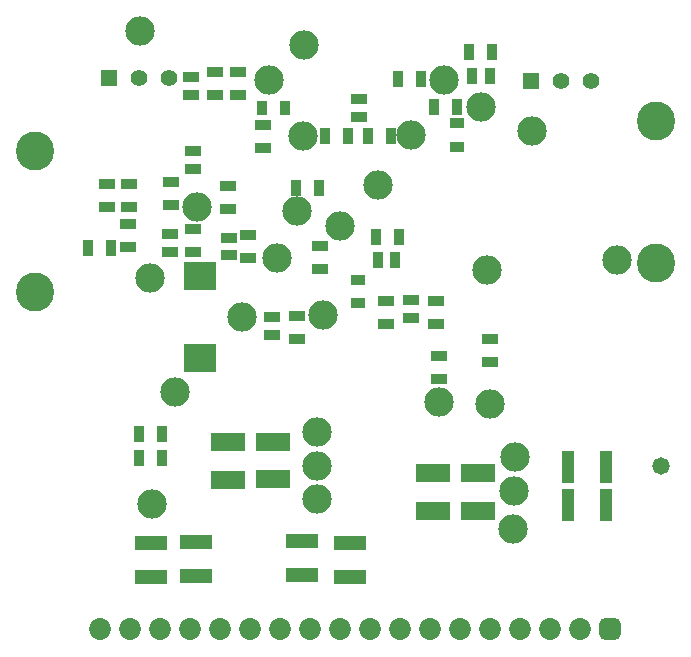
<source format=gbr>
%TF.GenerationSoftware,Altium Limited,Altium Designer,24.3.1 (35)*%
G04 Layer_Color=16711935*
%FSLAX43Y43*%
%MOMM*%
%TF.SameCoordinates,9DAA59CA-406A-4E62-98C5-13318CB5E6F2*%
%TF.FilePolarity,Negative*%
%TF.FileFunction,Soldermask,Bot*%
%TF.Part,Single*%
G01*
G75*
%TA.AperFunction,ComponentPad*%
%ADD24C,1.400*%
%ADD25R,1.400X1.400*%
%TA.AperFunction,SMDPad,CuDef*%
%ADD31R,1.450X0.950*%
%ADD32R,1.350X0.950*%
%ADD35R,1.000X2.800*%
%ADD36R,2.706X1.205*%
%ADD37R,0.950X1.450*%
%ADD38R,0.950X1.350*%
%ADD45R,2.703X2.403*%
%ADD46R,0.830X1.280*%
%ADD47R,1.280X0.830*%
%ADD48R,3.003X1.553*%
%TA.AperFunction,ComponentPad*%
%ADD49O,3.203X3.303*%
%ADD50C,2.489*%
%ADD51C,1.853*%
G04:AMPARAMS|DCode=52|XSize=1.853mm|YSize=1.853mm|CornerRadius=0.514mm|HoleSize=0mm|Usage=FLASHONLY|Rotation=0.000|XOffset=0mm|YOffset=0mm|HoleType=Round|Shape=RoundedRectangle|*
%AMROUNDEDRECTD52*
21,1,1.853,0.825,0,0,0.0*
21,1,0.825,1.853,0,0,0.0*
1,1,1.028,0.413,-0.413*
1,1,1.028,-0.413,-0.413*
1,1,1.028,-0.413,0.413*
1,1,1.028,0.413,0.413*
%
%ADD52ROUNDEDRECTD52*%
%TA.AperFunction,ViaPad*%
%ADD53C,1.473*%
D24*
X49728Y48844D02*
D03*
X47188D02*
D03*
X14016Y49073D02*
D03*
X11476D02*
D03*
D25*
X44648Y48844D02*
D03*
X8936Y49073D02*
D03*
D31*
X20676Y33874D02*
D03*
Y35824D02*
D03*
X16053Y36332D02*
D03*
Y34382D02*
D03*
X8763Y40142D02*
D03*
Y38192D02*
D03*
X36906Y25562D02*
D03*
Y23612D02*
D03*
X24841Y28966D02*
D03*
Y27016D02*
D03*
X41199Y25085D02*
D03*
Y27035D02*
D03*
X32385Y30236D02*
D03*
Y28286D02*
D03*
X36601Y28260D02*
D03*
Y30210D02*
D03*
X26822Y34833D02*
D03*
Y32883D02*
D03*
X18999Y39964D02*
D03*
Y38014D02*
D03*
X14199Y40269D02*
D03*
Y38319D02*
D03*
X10566Y34763D02*
D03*
Y36713D02*
D03*
X10592Y40142D02*
D03*
Y38192D02*
D03*
X17882Y49616D02*
D03*
Y47666D02*
D03*
X19888Y49641D02*
D03*
Y47691D02*
D03*
X21946Y43145D02*
D03*
Y45095D02*
D03*
D32*
X16053Y42889D02*
D03*
Y41389D02*
D03*
X30074Y47308D02*
D03*
Y45808D02*
D03*
X14072Y35878D02*
D03*
Y34378D02*
D03*
X22708Y27368D02*
D03*
Y28868D02*
D03*
X34519Y30290D02*
D03*
Y28790D02*
D03*
X19050Y35573D02*
D03*
Y34073D02*
D03*
X15900Y49188D02*
D03*
Y47688D02*
D03*
D35*
X47778Y16180D02*
D03*
X50978D02*
D03*
Y12979D02*
D03*
X47778D02*
D03*
D36*
X25298Y6982D02*
D03*
Y9883D02*
D03*
X16307Y9807D02*
D03*
Y6906D02*
D03*
X29362Y9756D02*
D03*
Y6855D02*
D03*
X12497Y9756D02*
D03*
Y6855D02*
D03*
D37*
X9103Y34722D02*
D03*
X7153D02*
D03*
X13396Y18974D02*
D03*
X11446D02*
D03*
X13396Y16942D02*
D03*
X11446D02*
D03*
X24755Y39776D02*
D03*
X26705D02*
D03*
X27244Y44221D02*
D03*
X29194D02*
D03*
X32776D02*
D03*
X30826D02*
D03*
X36414Y46634D02*
D03*
X38364D02*
D03*
X35367Y49022D02*
D03*
X33417D02*
D03*
X39386Y51333D02*
D03*
X41336D02*
D03*
X33512Y35662D02*
D03*
X31562D02*
D03*
D38*
X33160Y33655D02*
D03*
X31660D02*
D03*
X39661Y49301D02*
D03*
X41161D02*
D03*
D45*
X16637Y32330D02*
D03*
Y25430D02*
D03*
D46*
X23860Y46558D02*
D03*
X21860D02*
D03*
D47*
X29972Y30023D02*
D03*
Y32023D02*
D03*
X38379Y43288D02*
D03*
Y45288D02*
D03*
D48*
X18974Y15088D02*
D03*
Y18288D02*
D03*
X22784Y15113D02*
D03*
Y18313D02*
D03*
X36347Y12472D02*
D03*
Y15672D02*
D03*
X40208Y12472D02*
D03*
Y15672D02*
D03*
D49*
X55245Y45446D02*
D03*
Y33446D02*
D03*
X2692Y30957D02*
D03*
Y42957D02*
D03*
D50*
X31674Y40030D02*
D03*
X44729Y44628D02*
D03*
X11532Y53111D02*
D03*
X14529Y22479D02*
D03*
X12573Y13056D02*
D03*
X43131Y10922D02*
D03*
X26500Y16205D02*
D03*
X43261Y16967D02*
D03*
X51968Y33655D02*
D03*
X43236Y14097D02*
D03*
X41199Y21468D02*
D03*
X36890Y21637D02*
D03*
X26500Y13462D02*
D03*
Y19152D02*
D03*
X25348Y44221D02*
D03*
X25470Y51873D02*
D03*
X22479Y48946D02*
D03*
X34519Y44272D02*
D03*
X37287Y48946D02*
D03*
X40386Y46660D02*
D03*
X40945Y32868D02*
D03*
X27076Y29032D02*
D03*
X20168Y28854D02*
D03*
X28499Y36551D02*
D03*
X24816Y37795D02*
D03*
X23190Y33858D02*
D03*
X16358Y38176D02*
D03*
X12421Y32188D02*
D03*
D51*
X15748Y2413D02*
D03*
X18288D02*
D03*
X20828D02*
D03*
X23368D02*
D03*
X25908D02*
D03*
X28448D02*
D03*
X30988D02*
D03*
X33528D02*
D03*
X36068D02*
D03*
X46228D02*
D03*
X48768D02*
D03*
X43688D02*
D03*
X41148D02*
D03*
X38608D02*
D03*
X13208D02*
D03*
X10668D02*
D03*
X8128D02*
D03*
D52*
X51308D02*
D03*
D53*
X55626Y16205D02*
D03*
%TF.MD5,33e497eed93909dd5cab8d9c055fe2e3*%
M02*

</source>
